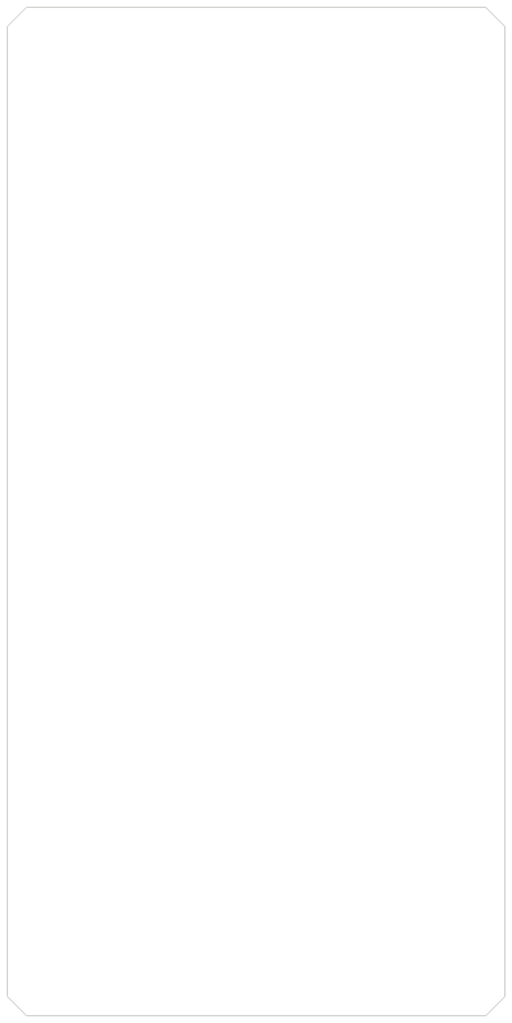
<source format=kicad_pcb>
(kicad_pcb (version 20211014) (generator pcbnew)

  (general
    (thickness 1.6062)
  )

  (paper "A4")
  (layers
    (0 "F.Cu" signal)
    (1 "In1.Cu" signal)
    (2 "In2.Cu" signal)
    (31 "B.Cu" signal)
    (32 "B.Adhes" user "B.Adhesive")
    (33 "F.Adhes" user "F.Adhesive")
    (34 "B.Paste" user)
    (35 "F.Paste" user)
    (36 "B.SilkS" user "B.Silkscreen")
    (37 "F.SilkS" user "F.Silkscreen")
    (38 "B.Mask" user)
    (39 "F.Mask" user)
    (40 "Dwgs.User" user "User.Drawings")
    (41 "Cmts.User" user "User.Comments")
    (42 "Eco1.User" user "User.Eco1")
    (43 "Eco2.User" user "User.Eco2")
    (44 "Edge.Cuts" user)
    (45 "Margin" user)
    (46 "B.CrtYd" user "B.Courtyard")
    (47 "F.CrtYd" user "F.Courtyard")
    (48 "B.Fab" user)
    (49 "F.Fab" user)
    (50 "User.1" user)
    (51 "User.2" user)
    (52 "User.3" user)
    (53 "User.4" user)
    (54 "User.5" user)
    (55 "User.6" user)
    (56 "User.7" user)
    (57 "User.8" user)
    (58 "User.9" user)
  )

  (setup
    (stackup
      (layer "F.SilkS" (type "Top Silk Screen") (color "White"))
      (layer "F.Paste" (type "Top Solder Paste"))
      (layer "F.Mask" (type "Top Solder Mask") (color "Black") (thickness 0.01))
      (layer "F.Cu" (type "copper") (thickness 0.035))
      (layer "dielectric 1" (type "prepreg") (thickness 0.2104) (material "FR4") (epsilon_r 4.5) (loss_tangent 0.02))
      (layer "In1.Cu" (type "copper") (thickness 0.0152))
      (layer "dielectric 2" (type "core") (thickness 1.065) (material "FR4") (epsilon_r 4.5) (loss_tangent 0.02))
      (layer "In2.Cu" (type "copper") (thickness 0.0152))
      (layer "dielectric 3" (type "prepreg") (thickness 0.2104) (material "FR4") (epsilon_r 4.5) (loss_tangent 0.02))
      (layer "B.Cu" (type "copper") (thickness 0.035))
      (layer "B.Mask" (type "Bottom Solder Mask") (color "Black") (thickness 0.01))
      (layer "B.Paste" (type "Bottom Solder Paste"))
      (layer "B.SilkS" (type "Bottom Silk Screen") (color "White"))
      (copper_finish "None")
      (dielectric_constraints no)
    )
    (pad_to_mask_clearance 0)
    (aux_axis_origin 126 81)
    (grid_origin 146 101)
    (pcbplotparams
      (layerselection 0x00010fc_ffffffff)
      (disableapertmacros false)
      (usegerberextensions false)
      (usegerberattributes true)
      (usegerberadvancedattributes true)
      (creategerberjobfile true)
      (svguseinch false)
      (svgprecision 6)
      (excludeedgelayer true)
      (plotframeref false)
      (viasonmask false)
      (mode 1)
      (useauxorigin false)
      (hpglpennumber 1)
      (hpglpenspeed 20)
      (hpglpendiameter 15.000000)
      (dxfpolygonmode true)
      (dxfimperialunits true)
      (dxfusepcbnewfont true)
      (psnegative false)
      (psa4output false)
      (plotreference true)
      (plotvalue true)
      (plotinvisibletext false)
      (sketchpadsonfab false)
      (subtractmaskfromsilk false)
      (outputformat 1)
      (mirror false)
      (drillshape 1)
      (scaleselection 1)
      (outputdirectory "")
    )
  )

  (net 0 "")

  (gr_poly
    (pts
      (xy 165.5 83)
      (xy 165.5 159)
      (xy 164 160.5)
      (xy 128 160.5)
      (xy 126.5 159)
      (xy 126.5 83)
      (xy 128 81.5)
      (xy 164 81.5)
    ) (layer "Edge.Cuts") (width 0.1) (fill none) (tstamp ae85af8d-0385-40e0-a15e-890a063431b3))
  (gr_circle (center 133.3 93.38) (end 133.3 92.11) (layer "User.1") (width 0.15) (fill none) (tstamp 002d9934-c8f6-4e33-bbc3-e9234f6189f4))
  (gr_circle (center 148.54 128.3) (end 149.81 128.3) (layer "User.1") (width 0.15) (fill none) (tstamp 01fcb317-5b01-4c40-9ebd-bfa753a1aaf7))
  (gr_circle (center 158.7 106.08) (end 158.7 104.81) (layer "User.1") (width 0.15) (fill none) (tstamp 023e83de-af62-4d05-a9a3-fa97a16d3291))
  (gr_circle (center 133.3 111.16) (end 133.3 109.89) (layer "User.1") (width 0.15) (fill none) (tstamp 028b0f3f-9b95-415f-9806-a2012f466759))
  (gr_circle (center 151.08 113.7) (end 152.35 113.7) (layer "User.1") (width 0.15) (fill none) (tstamp 04d8c0b9-fd28-4312-95c2-58e88c5ac9b0))
  (gr_circle (center 153.62 88.3) (end 154.89 88.3) (layer "User.1") (width 0.15) (fill none) (tstamp 076857b1-b885-4a0b-8db3-60dcff1d111c))
  (gr_rect (start 157.43 112.43) (end 159.97 89.57) (layer "User.1") (width 0.15) (fill none) (tstamp 07b1ed44-9a28-4334-8e8d-8bd4b53f5e8d))
  (gr_circle (center 146 88.3) (end 147.27 88.3) (layer "User.1") (width 0.15) (fill none) (tstamp 0a318eb1-a61a-42cf-b009-c5111886aae9))
  (gr_circle (center 146 128.3) (end 147.27 128.3) (layer "User.1") (width 0.15) (fill none) (tstamp 0e1b9992-1991-4200-b852-e6c142c03c22))
  (gr_circle (center 158.7 98.46) (end 158.7 97.19) (layer "User.1") (width 0.15) (fill none) (tstamp 0f080dfc-c990-4358-9955-cc56dfa127d9))
  (gr_circle (center 158.7 108.62) (end 158.7 107.35) (layer "User.1") (width 0.15) (fill none) (tstamp 0fa87829-a054-48e5-9f01-293522c3a902))
  (gr_circle (center 146 113.7) (end 147.27 113.7) (layer "User.1") (width 0.15) (fill none) (tstamp 149e3321-4867-4c96-932a-aa4b94134f02))
  (gr_circle (center 133.3 143.54) (end 133.3 142.27) (layer "User.1") (width 0.15) (fill none) (tstamp 1927e8f7-d5b7-4775-a413-4feba3d32daf))
  (gr_circle (center 158.7 95.92) (end 158.7 94.65) (layer "User.1") (width 0.15) (fill none) (tstamp 1cce4635-2dc7-4081-841c-9950002cf8f4))
  (gr_circle (center 138.38 113.7) (end 139.65 113.7) (layer "User.1") (width 0.15) (fill none) (tstamp 2078dde6-d398-4942-9624-11a7540c015e))
  (gr_circle (center 158.7 111.16) (end 158.7 109.89) (layer "User.1") (width 0.15) (fill none) (tstamp 2876169e-b1c0-4fe0-9f2f-692cd4336b6b))
  (gr_circle (center 133.3 130.84) (end 133.3 129.57) (layer "User.1") (width 0.15) (fill none) (tstamp 2df14e6f-70d3-4aef-8c36-73427fa48a03))
  (gr_circle (center 140.92 128.3) (end 142.19 128.3) (layer "User.1") (width 0.15) (fill none) (tstamp 2ed0a638-b1fc-442a-aaf4-ccaa308a28d4))
  (gr_circle (center 158.7 138.46) (end 158.7 137.19) (layer "User.1") (width 0.15) (fill none) (tstamp 305def08-3718-4934-bdea-2038a6f4d415))
  (gr_circle (center 153.62 128.3) (end 154.89 128.3) (layer "User.1") (width 0.15) (fill none) (tstamp 32d30690-6893-40b2-9065-b5ac7ae21573))
  (gr_circle (center 133.3 141) (end 133.3 139.73) (layer "User.1") (width 0.15) (fill none) (tstamp 335b0821-c55f-4d51-a346-de4e407fe1e0))
  (gr_circle (center 133.3 151.16) (end 133.3 149.89) (layer "User.1") (width 0.15) (fill none) (tstamp 35c43ec2-23e1-4e3d-ae42-35cdfeaf0349))
  (gr_circle (center 143.46 153.7) (end 144.73 153.7) (layer "User.1") (width 0.15) (fill none) (tstamp 3af6794c-0cc6-48ea-a3ae-101a67eeba25))
  (gr_circle (center 135.84 88.3) (end 137.11 88.3) (layer "User.1") (width 0.15) (fill none) (tstamp 44fa9f65-2477-41eb-bd00-685a78d765d1))
  (gr_circle (center 158.7 130.84) (end 158.7 129.57) (layer "User.1") (width 0.15) (fill none) (tstamp 4a01c662-0113-4f4f-8980-e377a16c15fb))
  (gr_circle (center 148.54 153.7) (end 149.81 153.7) (layer "User.1") (width 0.15) (fill none) (tstamp 4a26ddf4-8c2b-4182-9cd8-b1f5a342eb45))
  (gr_circle (center 158.7 151.16) (end 158.7 149.89) (layer "User.1") (width 0.15) (fill none) (tstamp 4a772c62-4492-48e1-9224-86d186687b87))
  (gr_circle (center 158.7 101) (end 158.7 99.73) (layer "User.1") (width 0.15) (fill none) (tstamp 4bbf8134-0015-49ac-9a22-521d8c5dcfe2))
  (gr_circle (center 146 153.7) (end 147.27 153.7) (layer "User.1") (width 0.15) (fill none) (tstamp 52dff273-b57c-4bd9-b7ea-91e8609c6fd0))
  (gr_circle (center 158.7 93.38) (end 158.7 92.11) (layer "User.1") (width 0.15) (fill none) (tstamp 5badb200-b537-4b1f-bcd7-e268c39a42cb))
  (gr_circle (center 135.84 153.7) (end 137.11 153.7) (layer "User.1") (width 0.15) (fill none) (tstamp 5c0936bd-5304-427b-ba2f-dec9faded64c))
  (gr_circle (center 133.3 95.92) (end 133.3 94.65) (layer "User.1") (width 0.15) (fill none) (tstamp 5ece3abc-14df-4e17-aea3-74d7874b2172))
  (gr_circle (center 148.54 113.7) (end 149.81 113.7) (layer "User.1") (width 0.15) (fill none) (tstamp 68da07ad-f184-46b8-81b5-0ab2e762cfa2))
  (gr_circle (center 140.92 88.3) (end 142.19 88.3) (layer "User.1") (width 0.15) (fill none) (tstamp 6affb22c-39ed-426b-b47f-6b5673049261))
  (gr_circle (center 133.3 106.08) (end 133.3 104.81) (layer "User.1") (width 0.15) (fill none) (tstamp 6cbe0dbf-de1b-4f78-a3bd-0e61028b2bd0))
  (gr_circle (center 133.3 138.46) (end 133.3 137.19) (layer "User.1") (width 0.15) (fill none) (tstamp 6cf199cf-d473-45e7-b5d9-64c9b6532f2f))
  (gr_circle (center 133.3 103.54) (end 133.3 102.27) (layer "User.1") (width 0.15) (fill none) (tstamp 7535a7f5-e263-48a8-9037-6f2fa1d8af9c))
  (gr_rect (start 134.57 127.03) (end 157.43 129.57) (layer "User.1") (width 0.15) (fill none) (tstamp 76c02e84-b8dd-469d-9edb-7f90ce60c5b2))
  (gr_circle (center 158.7 90.84) (end 158.7 89.57) (layer "User.1") (width 0.15) (fill none) (tstamp 7935eebc-b9ea-4d3b-8779-d785a97d723c))
  (gr_rect (start 134.57 87.03) (end 157.43 89.57) (layer "User.1") (width 0.15) (fill none) (tstamp 7cb26442-f4ad-44e3-9b68-d4cce9e4f608))
  (gr_circle (center 158.7 148.62) (end 158.7 147.35) (layer "User.1") (width 0.15) (fill none) (tstamp 7f65594f-35da-4ef5-a019-4ea62e590dbd))
  (gr_circle (center 133.3 133.38) (end 133.3 132.11) (layer "User.1") (width 0.15) (fill none) (tstamp 805eb3c2-752b-4d66-a23a-d6a673bb8ab8))
  (gr_circle (center 133.3 135.92) (end 133.3 134.65) (layer "User.1") (width 0.15) (fill none) (tstamp 81870592-36cb-4aaf-9b86-33dd4ec4c312))
  (gr_circle (center 138.38 128.3) (end 139.65 128.3) (layer "User.1") (width 0.15) (fill none) (tstamp 9aaba86e-ce29-49d9-900e-3e9630e4e7d9))
  (gr_circle (center 156.16 113.7) (end 157.43 113.7) (layer "User.1") (width 0.15) (fill none) (tstamp 9be582bc-40ea-4803-bfa0-585998db1641))
  (gr_circle (center 156.16 88.3) (end 157.43 88.3) (layer "User.1") (width 0.15) (fill none) (tstamp 9e8812a0-35e6-4a8e-8963-f33111361433))
  (gr_rect (start 157.43 152.43) (end 159.97 129.57) (layer "User.1") (width 0.15) (fill none) (tstamp a489e066-ff42-4f36-8422-e95dcfe2bad0))
  (gr_circle (center 158.7 103.54) (end 158.7 102.27) (layer "User.1") (width 0.15) (fill none) (tstamp a873b4ec-14ed-4f61-bb24-0bdc2f47ccc2))
  (gr_circle (center 140.92 153.7) (end 142.19 153.7) (layer "User.1") (width 0.15) (fill none) (tstamp b2e7d780-c72c-434f-a7a3-a549cc9b6ea2))
  (gr_circle (center 151.08 153.7) (end 152.35 153.7) (layer "User.1") (width 0.15) (fill none) (tstamp ba51a0be-73db-4237-b3a0-2c55e01d994a))
  (gr_circle (center 133.3 98.46) (end 133.3 97.19) (layer "User.1") (width 0.15) (fill none) (tstamp bd0209be-e7ea-42a5-96b3-d808e4806df1))
  (gr_circle (center 135.84 128.3) (end 137.11 128.3) (layer "User.1") (width 0.15) (fill none) (tstamp bf8ee4a5-66a4-4af5-8c91-c97d383c1888))
  (gr_rect (start 132.03 112.43) (end 134.57 89.57) (layer "User.1") (width 0.15) (fill none) (tstamp c24d159b-5367-47b4-8355-4e8aa4aff730))
  (gr_circle (center 158.7 133.38) (end 158.7 132.11) (layer "User.1") (width 0.15) (fill none) (tstamp c63701e2-87c9-458c-bb0c-6abf22525995))
  (gr_circle (center 156.16 128.3) (end 157.43 128.3) (layer "User.1") (width 0.15) (fill none) (tstamp c72e3dd2-8443-4ba4-99fb-17cad6b0ff97))
  (gr_circle (center 133.3 101) (end 133.3 99.73) (layer "User.1") (width 0.15) (fill none) (tstamp c8472d16-18c1-4c53-a380-ba42c968dc4f))
  (gr_circle (center 158.7 146.08) (end 158.7 144.81) (layer "User.1") (width 0.15) (fill none) (tstamp cbca6088-799b-48bf-b298-cb70ef89203e))
  (gr_circle (center 140.92 113.7) (end 142.19 113.7) (layer "User.1") (width 0.15) (fill none) (tstamp cd7e8386-9233-4658-8804-b9f559c92d3a))
  (gr_rect (start 134.57 112.43) (end 157.43 114.97) (layer "User.1") (width 0.15) (fill none) (tstamp cfdd9c0d-cd37-439a-909d-b8a2edd51242))
  (gr_circle (center 133.3 108.62) (end 133.3 107.35) (layer "User.1") (width 0.15) (fill none) (tstamp d05f3ed3-02e5-403a-b38e-46d4cc9c20c5))
  (gr_circle (center 156.16 153.7) (end 157.43 153.7) (layer "User.1") (width 0.15) (fill none) (tstamp d7593d5d-08e8-4843-b8be-95911e33988b))
  (gr_rect (start 134.57 152.43) (end 157.43 154.97) (layer "User.1") (width 0.15) (fill none) (tstamp d7950417-61bb-40bc-9166-f10117d3e63a))
  (gr_circle (center 151.08 88.3) (end 152.35 88.3) (layer "User.1") (width 0.15) (fill none) (tstamp d9a6595b-93c6-4120-9036-60ddaba5e740))
  (gr_circle (center 143.46 113.7) (end 144.73 113.7) (layer "User.1") (width 0.15) (fill none) (tstamp da0b77f4-2fe0-45a0-972c-c860bad039b8))
  (gr_circle (center 158.7 135.92) (end 158.7 134.65) (layer "User.1") (width 0.15) (fill none) (tstamp da11a8dd-4697-4add-9db9-dafc4c1da2c7))
  (gr_circle (center 133.3 148.62) (end 133.3 147.35) (layer "User.1") (width 0.15) (fill none) (tstamp dd90c149-9fd7-4c65-bf96-7fe431837f3e))
  (gr_circle (center 158.7 141) (end 158.7 139.73) (layer "User.1") (width 0.15) (fill none) (tstamp df259311-2c0c-451f-98ad-4784b244c7f0))
  (gr_circle (center 158.7 143.54) (end 158.7 142.27) (layer "User.1") (width 0.15) (fill none) (tstamp e2015bc5-1655-4c83-86a1-7f11661bbfe7))
  (gr_circle (center 133.3 90.84) (end 133.3 89.57) (layer "User.1") (width 0.15) (fill none) (tstamp e415ddc3-c0dc-4555-9b92-4db24d3eff2a))
  (gr_circle (center 133.3 146.08) (end 133.3 144.81) (layer "User.1") (width 0.15) (fill none) (tstamp e53a7e4c-4be8-4f2a-951b-d0aabd0d66d0))
  (gr_circle (center 143.46 88.3) (end 144.73 88.3) (layer "User.1") (width 0.15) (fill none) (tstamp e88a8610-76d0-4116-8deb-41226f89eed9))
  (gr_circle (center 138.38 88.3) (end 139.65 88.3) (layer "User.1") (width 0.15) (fill none) (tstamp ea411cba-c717-419a-b472-28a0a978c8f5))
  (gr_circle (center 148.54 88.3) (end 149.81 88.3) (layer "User.1") (width 0.15) (fill none) (tstamp ee2f96be-c55e-4f5c-bf83-f64f42267ff8))
  (gr_circle (center 138.38 153.7) (end 139.65 153.7) (layer "User.1") (width 0.15) (fill none) (tstamp f0f5cb0d-6ca6-464a-8e2a-b8b6d92990a4))
  (gr_circle (center 135.84 113.7) (end 137.11 113.7) (layer "User.1") (width 0.15) (fill none) (tstamp f26cffa6-7cc2-4003-abc4-95d98abc5125))
  (gr_circle (center 143.46 128.3) (end 144.73 128.3) (layer "User.1") (width 0.15) (fill none) (tstamp f4a80ebb-1fe2-45f5-bc62-54113f6a059d))
  (gr_circle (center 153.62 113.7) (end 154.89 113.7) (layer "User.1") (width 0.15) (fill none) (tstamp f8065909-de93-43f0-8e29-9be17bb14eaf))
  (gr_rect (start 132.03 152.43) (end 134.57 129.57) (layer "User.1") (width 0.15) (fill none) (tstamp f8565309-92b7-42c9-bba0-2b83730e0c4a))
  (gr_circle (center 153.62 153.7) (end 154.89 153.7) (layer "User.1") (width 0.15) (fill none) (tstamp f9815c9f-4cd8-4763-ae6d-c78e11b9f26f))
  (gr_circle (center 151.08 128.3) (end 152.35 128.3) (layer "User.1") (width 0.15) (fill none) (tstamp fb881089-e0ea-4396-a05a-bc7c0bfa2967))
  (gr_rect (start 126 81) (end 166 121) (layer "User.8") (width 0.15) (fill none) (tstamp 1c83bd42-0034-452f-984c-359e4b56b0ac))
  (gr_rect (start 126 121) (end 166 161) (layer "User.8") (width 0.15) (fill none) (tstamp f8a9e49a-790d-45d6-9c74-7af5034f9820))
  (gr_text "SCL" (at 148.54 85.061428 270) (layer "User.1") (tstamp 00d84f7f-e019-43ee-a6f7-42af0584c70b)
    (effects (font (size 1.5 1) (thickness 0.2)))
  )
  (gr_text "GPIO" (at 162.608096 146.08) (layer "User.1") (tstamp 0488f17a-9f71-42b7-84ac-071d2e447056)
    (effects (font (size 1.5 1) (thickness 0.2)))
  )
  (gr_text "SCLK" (at 153.62 157.867143 90) (layer "User.1") (tstamp 059420cc-832b-4608-ae49-2d1f763488bf)
    (effects (font (size 1.5 1) (thickness 0.2)))
  )
  (gr_text "MISO" (at 151.08 157.795714 90) (layer "User.1") (tstamp 073898a4-604c-47a4-bda4-3fefbcbfd20d)
    (effects (font (size 1.5 1) (thickness 0.2)))
  )
  (gr_text "GND" (at 129.251905 151.16) (layer "User.1") (tstamp 078b8533-d5e2-46a1-8b9f-3a28a362eccb)
    (effects (font (size 1.5 1) (thickness 0.2)))
  )
  (gr_text "SCLK" (at 128.894762 148.62) (layer "User.1") (tstamp 0eba5675-caef-44dc-a093-c949f3f50333)
    (effects (font (size 1.5 1) (thickness 0.2)))
  )
  (gr_text "SCL" (at 129.394762 98.46) (layer "User.1") (tstamp 12290910-e1c4-4f12-a089-9b99be24c1fc)
    (effects (font (size 1.5 1) (thickness 0.2)))
  )
  (gr_text "MISO" (at 151.08 117.795714 90) (layer "User.1") (tstamp 14eb863b-9320-40b7-bcfb-2820753e6985)
    (effects (font (size 1.5 1) (thickness 0.2)))
  )
  (gr_text "SCL" (at 162.227143 143.54) (layer "User.1") (tstamp 15a37a6b-edc7-47c8-a85a-99252a972345)
    (effects (font (size 1.5 1) (thickness 0.2)))
  )
  (gr_text "GPIO" (at 140.92 117.748095 90) (layer "User.1") (tstamp 17d5c74d-93f8-4091-b7ac-e6caff4897b2)
    (effects (font (size 1.5 1) (thickness 0.2)))
  )
  (gr_text "SDA" (at 146 85.037619 270) (layer "User.1") (tstamp 1e5a9261-1a2d-468e-87ac-6aadc251e151)
    (effects (font (size 1.5 1) (thickness 0.2)))
  )
  (gr_text "Vcc" (at 162.131905 111.16) (layer "User.1") (tstamp 1e8f8ce2-b17c-4b64-8fa7-6f1492c0551e)
    (effects (font (size 1.5 1) (thickness 0.2)))
  )
  (gr_text "SDA" (at 129.370953 101) (layer "User.1") (tstamp 23b8c23a-2853-40c3-a53a-30fd914fa018)
    (effects (font (size 1.5 1) (thickness 0.2)))
  )
  (gr_text "MISO" (at 128.966191 106.08) (layer "User.1") (tstamp 24485594-06f1-4f4f-813a-edf2c9ea9d9c)
    (effects (font (size 1.5 1) (thickness 0.2)))
  )
  (gr_text "SDA" (at 129.370953 141) (layer "User.1") (tstamp 257c4405-1b09-49f7-8223-d776d3dd946e)
    (effects (font (size 1.5 1) (thickness 0.2)))
  )
  (gr_text "GND" (at 129.251905 133.38) (layer "User.1") (tstamp 29f4f5f4-6aa1-472f-989b-3a6c5069a091)
    (effects (font (size 1.5 1) (thickness 0.2)))
  )
  (gr_text "MOSI" (at 143.46 124.632857 270) (layer "User.1") (tstamp 2a59d2c2-e329-406c-9c9f-77bf15bfb52d)
    (effects (font (size 1.5 1) (thickness 0.2)))
  )
  (gr_text "SDA" (at 162.250953 101) (layer "User.1") (tstamp 2bfbe799-3f9f-4879-91b2-b68af38a849c)
    (effects (font (size 1.5 1) (thickness 0.2)))
  )
  (gr_text "GND" (at 153.62 84.918571 270) (layer "User.1") (tstamp 398c083a-543b-4a7e-af36-8162e3176b7a)
    (effects (font (size 1.5 1) (thickness 0.2)))
  )
  (gr_text "GND" (at 135.84 124.918571 270) (layer "User.1") (tstamp 41cbd27f-9ac7-4c59-832f-ab715ab6ce3b)
    (effects (font (size 1.5 1) (thickness 0.2)))
  )
  (gr_text "SCLK" (at 162.727143 133.38) (layer "User.1") (tstamp 420959d5-42b8-4e14-abdc-9508179d739d)
    (effects (font (size 1.5 1) (thickness 0.2)))
  )
  (gr_text "MOSI" (at 143.46 84.632857 270) (layer "User.1") (tstamp 534a6fd7-2291-45d2-aedb-05a2b291fa9e)
    (effects (font (size 1.5 1) (thickness 0.2)))
  )
  (gr_text "GPIO" (at 151.08 124.680476 270) (layer "User.1") (tstamp 55cd033f-574b-4f0f-8f05-9a8fe3c9274d)
    (effects (font (size 1.5 1) (thickness 0.2)))
  )
  (gr_text "MOSI" (at 148.54 157.795714 90) (layer "User.1") (tstamp 57132f99-633a-4692-9c67-097a50849230)
    (effects (font (size 1.5 1) (thickness 0.2)))
  )
  (gr_text "SCL" (at 148.54 125.061428 270) (layer "User.1") (tstamp 586896eb-9395-4d17-8349-a2975f9c5a0f)
    (effects (font (size 1.5 1) (thickness 0.2)))
  )
  (gr_text "GND" (at 156.16 117.51 90) (layer "User.1") (tstamp 5f9e0c87-7085-4be2-b4d2-fe0c138ddc54)
    (effects (font (size 1.5 1) (thickness 0.2)))
  )
  (gr_text "Vcc" (at 156.16 125.156666 270) (layer "User.1") (tstamp 61711cae-3003-4871-bc56-22c2802d565e)
    (effects (font (size 1.5 1) (thickness 0.2)))
  )
  (gr_text "GND" (at 156.16 157.51 90) (layer "User.1") (tstamp 6258e0c5-ca11-44fb-ba63-5443f5ce7494)
    (effects (font (size 1.5 1) (thickness 0.2)))
  )
  (gr_text "Vcc" (at 129.49 90.84) (layer "User.1") (tstamp 633aafcb-e7f5-4f49-b90e-2af365a07e52)
    (effects (font (size 1.5 1) (thickness 0.2)))
  )
  (gr_text "SDA" (at 162.250953 141) (layer "User.1") (tstamp 6484d55c-8c00-4d34-aa99-5ada1d07c2b7)
    (effects (font (size 1.5 1) (thickness 0.2)))
  )
  (gr_text "GND" (at 162.37 108.62) (layer "User.1") (tstamp 64fc2e66-2059-4563-a207-07d8616ff941)
    (effects (font (size 1.5 1) (thickness 0.2)))
  )
  (gr_text "Vcc" (at 162.131905 151.16) (layer "User.1") (tstamp 66b8b575-abfb-4022-a38a-0ceed40a7c3e)
    (effects (font (size 1.5 1) (thickness 0.2)))
  )
  (gr_text "SCLK" (at 162.727143 93.38) (layer "User.1") (tstamp 69bf5cfc-e633-4146-96ae-dfa77f9d20a4)
    (effects (font (size 1.5 1) (thickness 0.2)))
  )
  (gr_text "GND" (at 162.37 148.62) (layer "User.1") (tstamp 6a852d35-42bb-457e-b9c2-33e37be4a15e)
    (effects (font (size 1.5 1) (thickness 0.2)))
  )
  (gr_text "Vcc" (at 135.84 117.271905 90) (layer "User.1") (tstamp 6c608c13-3af0-4f88-b421-9eb1b57171f0)
    (effects (font (size 1.5 1) (thickness 0.2)))
  )
  (gr_text "GND" (at 153.62 124.918571 270) (layer "User.1") (tstamp 6d4868a0-a024-45dc-b8e9-4904bc18ecd7)
    (effects (font (size 1.5 1) (thickness 0.2)))
  )
  (gr_text "MOSI" (at 162.655715 138.46) (layer "User.1") (tstamp 740d015f-89fc-407a-af87-67f444c7f778)
    (effects (font (size 1.5 1) (thickness 0.2)))
  )
  (gr_text "MOSI" (at 162.655715 98.46) (layer "User.1") (tstamp 7647c44c-c873-41f1-8d0e-0d9f1c0ad5e7)
    (effects (font (size 1.5 1) (thickness 0.2)))
  )
  (gr_text "Vcc" (at 135.84 157.271905 90) (layer "User.1") (tstamp 79124dbe-1278-4509-abcf-fb220bd040d8)
    (effects (font (size 1.5 1) (thickness 0.2)))
  )
  (gr_text "GND" (at 162.37 130.84) (layer "User.1") (tstamp 7ef59f46-9100-4fbf-bfc4-a85b02c4fc65)
    (effects (font (size 1.5 1) (thickness 0.2)))
  )
  (gr_text "SCL" (at 143.46 157.367143 90) (layer "User.1") (tstamp 809fd339-7a2c-4537-9ba0-4e7b4e64faa3)
    (effects (font (size 1.5 1) (thickness 0.2)))
  )
  (gr_text "GPIO" (at 151.08 84.680476 270) (layer "User.1") (tstamp 81b27742-cf6e-4d80-bc89-6e63b90fc87e)
    (effects (font (size 1.5 1) (thickness 0.2)))
  )
  (gr_text "MISO" (at 128.966191 146.08) (layer "User.1") (tstamp 84bdd4bb-52c7-4e24-a7cb-691eb3d689fe)
    (effects (font (size 1.5 1) (thickness 0.2)))
  )
  (gr_text "GPIO" (at 129.01381 95.92) (layer "User.1") (tstamp 8797612e-14ed-44eb-a090-2a8aad427753)
    (effects (font (size 1.5 1) (thickness 0.2)))
  )
  (gr_text "SDA" (at 146 125.037619 270) (layer "User.1") (tstamp 88c750df-a36f-458c-87df-bb76065a52da)
    (effects (font (size 1.5 1) (thickness 0.2)))
  )
  (gr_text "MISO" (at 140.92 124.632857 270) (layer "User.1") (tstamp 8b0ddb85-3432-4feb-acc7-14b7cae95f07)
    (effects (font (size 1.5 1) (thickness 0.2)))
  )
  (gr_text "GPIO" (at 140.92 157.748095 90) (layer "User.1") (tstamp 9397fc58-060b-4d8c-92c9-58862fcb6b0f)
    (effects (font (size 1.5 1) (thickness 0.2)))
  )
  (gr_text "SDA" (at 146 157.390952 90) (layer "User.1") (tstamp 9749baba-5b18-4672-afd9-157f0ba684fd)
    (effects (font (size 1.5 1) (thickness 0.2)))
  )
  (gr_text "SCLK" (at 138.38 84.561428 270) (layer "User.1") (tstamp 9e192c3c-4868-46fd-95df-fe3024dab556)
    (effects (font (size 1.5 1) (thickness 0.2)))
  )
  (gr_text "MOSI" (at 128.966191 143.54) (layer "User.1") (tstamp a1c305ad-69cc-4fa3-9c83-789879988b50)
    (effects (font (size 1.5 1) (thickness 0.2)))
  )
  (gr_text "GND" (at 135.84 84.918571 270) (layer "User.1") (tstamp a4e40831-f196-49bf-9cc1-2543da57796f)
    (effects (font (size 1.5 1) (thickness 0.2)))
  )
  (gr_text "GND" (at 162.37 90.84) (layer "User.1") (tstamp a81f4c46-d378-4466-83b6-4344c989b8aa)
    (effects (font (size 1.5 1) (thickness 0.2)))
  )
  (gr_text "GND" (at 129.251905 111.16) (layer "User.1") (tstamp aa344668-cce5-43ad-a8ee-d46a709d4349)
    (effects (font (size 1.5 1) (thickness 0.2)))
  )
  (gr_text "GPIO" (at 129.01381 135.92) (layer "User.1") (tstamp adde1c77-79d6-42b5-b69b-fde9c2c5e6ec)
    (effects (font (size 1.5 1) (thickness 0.2)))
  )
  (gr_text "MISO" (at 162.655715 95.92) (layer "User.1") (tstamp b116ab13-f13d-44e5-bfff-a98e71fb3005)
    (effects (font (size 1.5 1) (thickness 0.2)))
  )
  (gr_text "SCLK" (at 128.894762 108.62) (layer "User.1") (tstamp b3781123-3187-48a3-85dc-d86e4def0d6a)
    (effects (font (size 1.5 1) (thickness 0.2)))
  )
  (gr_text "SCL" (at 143.46 117.367143 90) (layer "User.1") (tstamp ba7e4c01-b49f-4f75-81b0-e07a7dcbc254)
    (effects (font (size 1.5 1) (thickness 0.2)))
  )
  (gr_text "SCL" (at 162.227143 103.54) (layer "User.1") (tstamp be26a336-afa5-4bd0-a09c-4d49fd861063)
    (effects (font (size 1.5 1) (thickness 0.2)))
  )
  (gr_text "Vcc" (at 156.16 85.156666 270) (layer "User.1") (tstamp beb14b88-6059-4458-8fae-c6f945561b2e)
    (effects (font (size 1.5 1) (thickness 0.2)))
  )
  (gr_text "SCL" (at 129.394762 138.46) (layer "User.1") (tstamp cd41dfd9-cb0e-4c98-8375-456aaa025df9)
    (effects (font (size 1.5 1) (thickness 0.2)))
  )
  (gr_text "MOSI" (at 128.966191 103.54) (layer "User.1") (tstamp d190d7a3-7bf5-42db-8c6f-15b2790a1189)
    (effects (font (size 1.5 1) (thickness 0.2)))
  )
  (gr_text "GPIO" (at 162.608096 106.08) (layer "User.1") (tstamp d65786d8-a5ff-437f-a9de-ccf21d718cdd)
    (effects (font (size 1.5 1) (thickness 0.2)))
  )
  (gr_text "MISO" (at 162.655715 135.92) (layer "User.1") (tstamp dcbb56ac-864c-4365-bd9e-249c417f9f71)
    (effects (font (size 1.5 1) (thickness 0.2)))
  )
  (gr_text "MISO" (at 140.92 84.632857 270) (layer "User.1") (tstamp dcd94cb2-89ab-4b48-ac77-4ae3c4ab9610)
    (effects (font (size 1.5 1) (thickness 0.2)))
  )
  (gr_text "Vcc" (at 129.49 130.84) (layer "User.1") (tstamp ded1b16c-fe73-4409-950d-2af2d14abdfb)
    (effects (font (size 1.5 1) (thickness 0.2)))
  )
  (gr_text "GND" (at 138.38 157.51 90) (layer "User.1") (tstamp e957c673-ce28-4dca-9b61-9a56bc824e20)
    (effects (font (size 1.5 1) (thickness 0.2)))
  )
  (gr_text "SDA" (at 146 117.390952 90) (layer "User.1") (tstamp ec882588-38e9-4b96-ba2f-e00a762357f3)
    (effects (font (size 1.5 1) (thickness 0.2)))
  )
  (gr_text "MOSI" (at 148.54 117.795714 90) (layer "User.1") (tstamp f254e24e-739a-4b0e-ba6a-40bb5c8df93f)
    (effects (font (size 1.5 1) (thickness 0.2)))
  )
  (gr_text "GND" (at 129.251905 93.38) (layer "User.1") (tstamp f44cc862-d425-4144-8846-d84278a3c917)
    (effects (font (size 1.5 1) (thickness 0.2)))
  )
  (gr_text "SCLK" (at 153.62 117.867143 90) (layer "User.1") (tstamp fd6f4b2d-5eea-4884-90d8-74a86766ae4e)
    (effects (font (size 1.5 1) (thickness 0.2)))
  )
  (gr_text "SCLK" (at 138.38 124.561428 270) (layer "User.1") (tstamp fdd32796-4f40-4b08-88df-ad1344b960e1)
    (effects (font (size 1.5 1) (thickness 0.2)))
  )
  (gr_text "GND" (at 138.38 117.51 90) (layer "User.1") (tstamp fef37495-1c7d-474c-ba11-d084926782f2)
    (effects (font (size 1.5 1) (thickness 0.2)))
  )

  (group "" (id 08d6152b-d27b-454b-96a6-cd83d5d4355e)
    (members
      04d8c0b9-fd28-4312-95c2-58e88c5ac9b0
      149e3321-4867-4c96-932a-aa4b94134f02
      2078dde6-d398-4942-9624-11a7540c015e
      68da07ad-f184-46b8-81b5-0ab2e762cfa2
      9be582bc-40ea-4803-bfa0-585998db1641
      cd7e8386-9233-4658-8804-b9f559c92d3a
      cfdd9c0d-cd37-439a-909d-b8a2edd51242
      da0b77f4-2fe0-45a0-972c-c860bad039b8
      f26cffa6-7cc2-4003-abc4-95d98abc5125
      f8065909-de93-43f0-8e29-9be17bb14eaf
    )
  )
  (group "" (id 11ceb65f-66a9-4f5b-bad6-f9e625811606)
    (members
      076857b1-b885-4a0b-8db3-60dcff1d111c
      0a318eb1-a61a-42cf-b009-c5111886aae9
      44fa9f65-2477-41eb-bd00-685a78d765d1
      6affb22c-39ed-426b-b47f-6b5673049261
      7cb26442-f4ad-44e3-9b68-d4cce9e4f608
      9e8812a0-35e6-4a8e-8963-f33111361433
      d9a6595b-93c6-4120-9036-60ddaba5e740
      e88a8610-76d0-4116-8deb-41226f89eed9
      ea411cba-c717-419a-b472-28a0a978c8f5
      ee2f96be-c55e-4f5c-bf83-f64f42267ff8
    )
  )
  (group "" (id 6fe759a9-3b1e-440a-913f-6dd1e1ad6ba1)
    (members
      3af6794c-0cc6-48ea-a3ae-101a67eeba25
      4a26ddf4-8c2b-4182-9cd8-b1f5a342eb45
      52dff273-b57c-4bd9-b7ea-91e8609c6fd0
      5c0936bd-5304-427b-ba2f-dec9faded64c
      b2e7d780-c72c-434f-a7a3-a549cc9b6ea2
      ba51a0be-73db-4237-b3a0-2c55e01d994a
      d7593d5d-08e8-4843-b8be-95911e33988b
      d7950417-61bb-40bc-9166-f10117d3e63a
      f0f5cb0d-6ca6-464a-8e2a-b8b6d92990a4
      f9815c9f-4cd8-4763-ae6d-c78e11b9f26f
    )
  )
  (group "" (id 77c1d2cc-3392-4a07-9674-5dd3fba87463)
    (members
      023e83de-af62-4d05-a9a3-fa97a16d3291
      07b1ed44-9a28-4334-8e8d-8bd4b53f5e8d
      0f080dfc-c990-4358-9955-cc56dfa127d9
      0fa87829-a054-48e5-9f01-293522c3a902
      1cce4635-2dc7-4081-841c-9950002cf8f4
      2876169e-b1c0-4fe0-9f2f-692cd4336b6b
      4bbf8134-0015-49ac-9a22-521d8c5dcfe2
      5badb200-b537-4b1f-bcd7-e268c39a42cb
      7935eebc-b9ea-4d3b-8779-d785a97d723c
      a873b4ec-14ed-4f61-bb24-0bdc2f47ccc2
    )
  )
  (group "" (id 85a24844-948b-4d09-ace6-99abe64bd93c)
    (members
      002d9934-c8f6-4e33-bbc3-e9234f6189f4
      028b0f3f-9b95-415f-9806-a2012f466759
      5ece3abc-14df-4e17-aea3-74d7874b2172
      6cbe0dbf-de1b-4f78-a3bd-0e61028b2bd0
      7535a7f5-e263-48a8-9037-6f2fa1d8af9c
      bd0209be-e7ea-42a5-96b3-d808e4806df1
      c24d159b-5367-47b4-8355-4e8aa4aff730
      c8472d16-18c1-4c53-a380-ba42c968dc4f
      d05f3ed3-02e5-403a-b38e-46d4cc9c20c5
      e415ddc3-c0dc-4555-9b92-4db24d3eff2a
    )
  )
  (group "" (id a7675e61-87a7-4eea-92f4-baa8d06e7da1)
    (members
      1927e8f7-d5b7-4775-a413-4feba3d32daf
      2df14e6f-70d3-4aef-8c36-73427fa48a03
      335b0821-c55f-4d51-a346-de4e407fe1e0
      35c43ec2-23e1-4e3d-ae42-35cdfeaf0349
      6cf199cf-d473-45e7-b5d9-64c9b6532f2f
      805eb3c2-752b-4d66-a23a-d6a673bb8ab8
      81870592-36cb-4aaf-9b86-33dd4ec4c312
      dd90c149-9fd7-4c65-bf96-7fe431837f3e
      e53a7e4c-4be8-4f2a-951b-d0aabd0d66d0
      f8565309-92b7-42c9-bba0-2b83730e0c4a
    )
  )
  (group "" (id d7fc9033-1991-4999-947e-49a7616f156d)
    (members
      01fcb317-5b01-4c40-9ebd-bfa753a1aaf7
      0e1b9992-1991-4200-b852-e6c142c03c22
      2ed0a638-b1fc-442a-aaf4-ccaa308a28d4
      32d30690-6893-40b2-9065-b5ac7ae21573
      76c02e84-b8dd-469d-9edb-7f90ce60c5b2
      9aaba86e-ce29-49d9-900e-3e9630e4e7d9
      bf8ee4a5-66a4-4af5-8c91-c97d383c1888
      c72e3dd2-8443-4ba4-99fb-17cad6b0ff97
      f4a80ebb-1fe2-45f5-bc62-54113f6a059d
      fb881089-e0ea-4396-a05a-bc7c0bfa2967
    )
  )
  (group "" (id fdf211ac-6559-4d3c-8ac7-d909cc30471c)
    (members
      305def08-3718-4934-bdea-2038a6f4d415
      4a01c662-0113-4f4f-8980-e377a16c15fb
      4a772c62-4492-48e1-9224-86d186687b87
      7f65594f-35da-4ef5-a019-4ea62e590dbd
      a489e066-ff42-4f36-8422-e95dcfe2bad0
      c63701e2-87c9-458c-bb0c-6abf22525995
      cbca6088-799b-48bf-b298-cb70ef89203e
      da11a8dd-4697-4add-9db9-dafc4c1da2c7
      df259311-2c0c-451f-98ad-4784b244c7f0
      e2015bc5-1655-4c83-86a1-7f11661bbfe7
    )
  )
)

</source>
